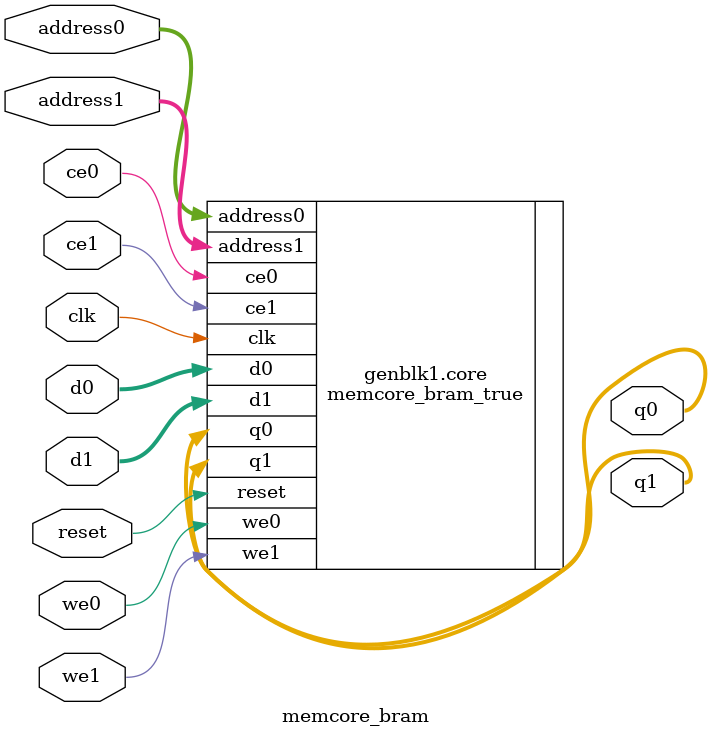
<source format=v>
`default_nettype none

module memcore_bram #(
  parameter DATA_WIDTH = 32,
  parameter ADDRESS_WIDTH = 6,
  parameter ADDRESS_RANGE = 64,
  parameter IS_SIMPLE = 0
) (

  // memory port 1
  input wire [ADDRESS_WIDTH-1:0] address0,
  input wire                     ce0,
  input wire [DATA_WIDTH-1:0]    d0,
  input wire                     we0,
  output wire [DATA_WIDTH-1:0]    q0,

  // memory port 2
  input wire [ADDRESS_WIDTH-1:0] address1,
  input wire                    ce1,
  input wire [DATA_WIDTH-1:0]    d1,
  input wire                    we1,
  output wire [DATA_WIDTH-1:0]    q1,
  input wire                    reset,
  input wire                    clk
);
  
  generate
    if (IS_SIMPLE == 1) begin
        memcore_bram_simple #(
           .DATA_WIDTH(DATA_WIDTH),
           .ADDRESS_WIDTH(ADDRESS_WIDTH),
           .ADDRESS_RANGE(ADDRESS_RANGE)
        ) core (
            .clk(clk),
            .reset(reset),
            .address0(address0),
            .ce0(ce0),
            .we0(we0),
            .d0(d0),
            .address1(address1),
            .ce1(ce1),
            .q1(q1)
        );
    end else begin
        memcore_bram_true #(
           .DATA_WIDTH(DATA_WIDTH),
           .ADDRESS_WIDTH(ADDRESS_WIDTH),
           .ADDRESS_RANGE(ADDRESS_RANGE)
        ) core (
            .clk(clk),
            .reset(reset),
            .address0(address0),
            .ce0(ce0),
            .d0(d0),
            .we0(we0),
            .q0(q0),
            .address1(address1),
            .ce1(ce1),
            .d1(d1),
            .we1(we1),
            .q1(q1)
        );
    end
  endgenerate

endmodule

`default_nettype wire

</source>
